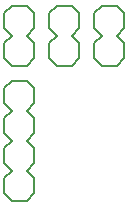
<source format=gto>
G75*
G70*
%OFA0B0*%
%FSLAX24Y24*%
%IPPOS*%
%LPD*%
%AMOC8*
5,1,8,0,0,1.08239X$1,22.5*
%
%ADD10C,0.0080*%
D10*
X000987Y000850D02*
X001237Y000600D01*
X001737Y000600D01*
X001987Y000850D01*
X001987Y001350D01*
X001737Y001600D01*
X001987Y001850D01*
X001987Y002350D01*
X001737Y002600D01*
X001987Y002850D01*
X001987Y003350D01*
X001737Y003600D01*
X001987Y003850D01*
X001987Y004350D01*
X001737Y004600D01*
X001237Y004600D01*
X000987Y004350D01*
X000987Y003850D01*
X001237Y003600D01*
X000987Y003350D01*
X000987Y002850D01*
X001237Y002600D01*
X000987Y002350D01*
X000987Y001850D01*
X001237Y001600D01*
X000987Y001350D01*
X000987Y000850D01*
X001237Y005100D02*
X000987Y005350D01*
X000987Y005850D01*
X001237Y006100D01*
X000987Y006350D01*
X000987Y006850D01*
X001237Y007100D01*
X001737Y007100D01*
X001987Y006850D01*
X001987Y006350D01*
X001737Y006100D01*
X001987Y005850D01*
X001987Y005350D01*
X001737Y005100D01*
X001237Y005100D01*
X002487Y005350D02*
X002487Y005850D01*
X002737Y006100D01*
X002487Y006350D01*
X002487Y006850D01*
X002737Y007100D01*
X003237Y007100D01*
X003487Y006850D01*
X003487Y006350D01*
X003237Y006100D01*
X003487Y005850D01*
X003487Y005350D01*
X003237Y005100D01*
X002737Y005100D01*
X002487Y005350D01*
X003987Y005350D02*
X003987Y005850D01*
X004237Y006100D01*
X003987Y006350D01*
X003987Y006850D01*
X004237Y007100D01*
X004737Y007100D01*
X004987Y006850D01*
X004987Y006350D01*
X004737Y006100D01*
X004987Y005850D01*
X004987Y005350D01*
X004737Y005100D01*
X004237Y005100D01*
X003987Y005350D01*
M02*

</source>
